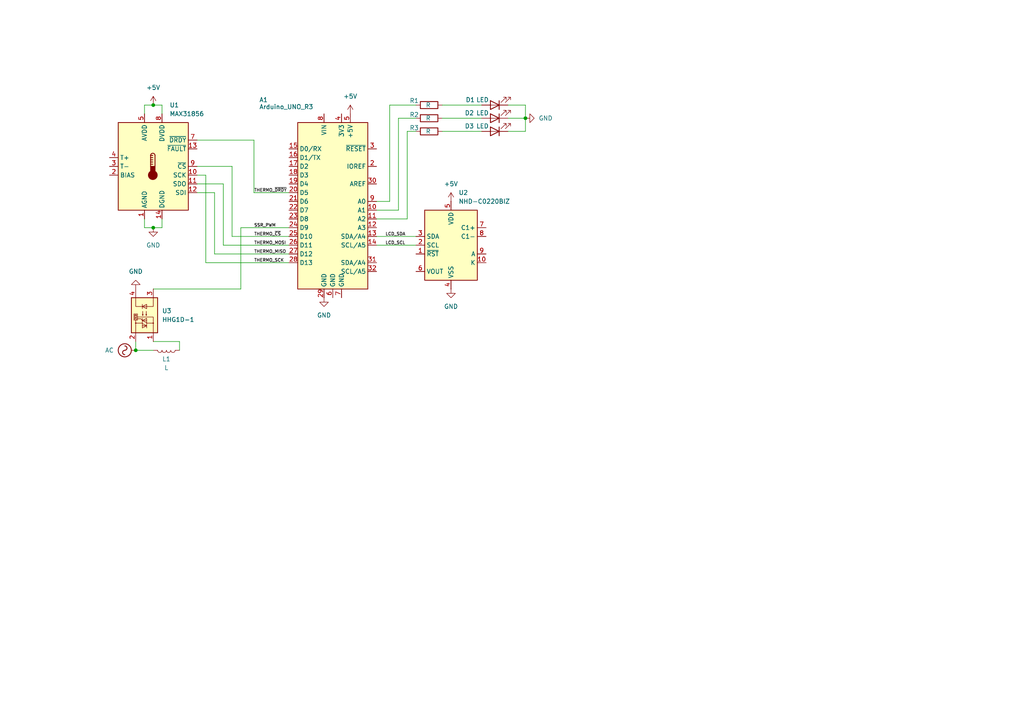
<source format=kicad_sch>
(kicad_sch (version 20231120) (generator "eeschema") (generator_version "8.0")
  (paper "A4")
  (lib_symbols
    (symbol "Device:L" (pin_numbers hide) (pin_names (offset 1.016) hide)
      (property "Reference" "L" (at -1.27 0 90))
      (property "Value" "L" (at 1.905 0 90))
      (symbol "L_0_1"
        (arc (start 0 -2.54) (mid 0.6323 -1.905) (end 0 -1.27))
        (arc (start 0 -1.27) (mid 0.6323 -0.635) (end 0 0))
        (arc (start 0 0) (mid 0.6323 0.635) (end 0 1.27))
        (arc (start 0 1.27) (mid 0.6323 1.905) (end 0 2.54))
      )
      (symbol "L_1_1"
        (pin passive line (at 0 3.81 270) (length 1.27) (name "1") (number "1"))
        (pin passive line (at 0 -3.81 90) (length 1.27) (name "2") (number "2"))
      )
    )
    (symbol "Device:LED" (pin_numbers hide) (pin_names (offset 1.016) hide)
      (property "Reference" "D" (at 0 2.54 0))
      (property "Value" "LED" (at 0 -2.54 0))
      (symbol "LED_0_1"
        (polyline (pts (xy -1.27 -1.27) (xy -1.27 1.27)) (stroke (width 0.254)))
        (polyline (pts (xy -1.27 0) (xy 1.27 0)))
        (polyline (pts (xy 1.27 -1.27) (xy 1.27 1.27) (xy -1.27 0) (xy 1.27 -1.27)) (stroke (width 0.254)))
        (polyline (pts (xy -3.048 -0.762) (xy -4.572 -2.286) (xy -3.81 -2.286) (xy -4.572 -2.286) (xy -4.572 -1.524)))
        (polyline (pts (xy -1.778 -0.762) (xy -3.302 -2.286) (xy -2.54 -2.286) (xy -3.302 -2.286) (xy -3.302 -1.524)))
      )
      (symbol "LED_1_1"
        (pin passive line (at -3.81 0 0) (length 2.54) (name "K") (number "1"))
        (pin passive line (at 3.81 0 180) (length 2.54) (name "A") (number "2"))
      )
    )
    (symbol "Device:R" (pin_numbers hide) (pin_names (offset 0))
      (property "Reference" "R" (at 2.032 0 90))
      (property "Value" "R" (at 0 0 90))
      (symbol "R_0_1"
        (rectangle (start -1.016 -2.54) (end 1.016 2.54) (stroke (width 0.254)))
      )
      (symbol "R_1_1"
        (pin passive line (at 0 3.81 270) (length 1.27) (name "~") (number "1"))
        (pin passive line (at 0 -3.81 90) (length 1.27) (name "~") (number "2"))
      )
    )
    (symbol "Display_Character:NHD-C0220BIZ"
      (property "Reference" "U" (at -6.35 11.43 0))
      (property "Value" "NHD-C0220BIZ" (at 8.89 11.43 0))
      (symbol "NHD-C0220BIZ_0_1"
        (rectangle (start -7.62 10.16) (end 7.62 -10.16) (stroke (width 0.254)) (fill (type background)))
      )
      (symbol "NHD-C0220BIZ_1_1"
        (pin input line (at -10.16 -2.54 0) (length 2.54) (name "~{RST}") (number "1"))
        (pin passive line (at 10.16 -5.08 180) (length 2.54) (name "K") (number "10"))
        (pin input line (at -10.16 0 0) (length 2.54) (name "SCL") (number "2"))
        (pin bidirectional line (at -10.16 2.54 0) (length 2.54) (name "SDA") (number "3"))
        (pin power_in line (at 0 -12.7 90) (length 2.54) (name "VSS") (number "4"))
        (pin power_in line (at 0 12.7 270) (length 2.54) (name "VDD") (number "5"))
        (pin passive line (at -10.16 -7.62 0) (length 2.54) (name "VOUT") (number "6"))
        (pin passive line (at 10.16 5.08 180) (length 2.54) (name "C1+") (number "7"))
        (pin passive line (at 10.16 2.54 180) (length 2.54) (name "C1-") (number "8"))
        (pin passive line (at 10.16 -2.54 180) (length 2.54) (name "A") (number "9"))
      )
    )
    (symbol "MCU_Module:Arduino_UNO_R3"
      (property "Reference" "A" (at -10.16 23.495 0))
      (property "Value" "Arduino_UNO_R3" (at 5.08 -26.67 0))
      (symbol "Arduino_UNO_R3_0_1"
        (rectangle (start -10.16 22.86) (end 10.16 -25.4) (stroke (width 0.254)) (fill (type background)))
      )
      (symbol "Arduino_UNO_R3_1_1"
        (pin no_connect line (at -10.16 -20.32 0) (length 2.54) hide (name "NC") (number "1"))
        (pin bidirectional line (at 12.7 -2.54 180) (length 2.54) (name "A1") (number "10"))
        (pin bidirectional line (at 12.7 -5.08 180) (length 2.54) (name "A2") (number "11"))
        (pin bidirectional line (at 12.7 -7.62 180) (length 2.54) (name "A3") (number "12"))
        (pin bidirectional line (at 12.7 -10.16 180) (length 2.54) (name "SDA/A4") (number "13"))
        (pin bidirectional line (at 12.7 -12.7 180) (length 2.54) (name "SCL/A5") (number "14"))
        (pin bidirectional line (at -12.7 15.24 0) (length 2.54) (name "D0/RX") (number "15"))
        (pin bidirectional line (at -12.7 12.7 0) (length 2.54) (name "D1/TX") (number "16"))
        (pin bidirectional line (at -12.7 10.16 0) (length 2.54) (name "D2") (number "17"))
        (pin bidirectional line (at -12.7 7.62 0) (length 2.54) (name "D3") (number "18"))
        (pin bidirectional line (at -12.7 5.08 0) (length 2.54) (name "D4") (number "19"))
        (pin output line (at 12.7 10.16 180) (length 2.54) (name "IOREF") (number "2"))
        (pin bidirectional line (at -12.7 2.54 0) (length 2.54) (name "D5") (number "20"))
        (pin bidirectional line (at -12.7 0 0) (length 2.54) (name "D6") (number "21"))
        (pin bidirectional line (at -12.7 -2.54 0) (length 2.54) (name "D7") (number "22"))
        (pin bidirectional line (at -12.7 -5.08 0) (length 2.54) (name "D8") (number "23"))
        (pin bidirectional line (at -12.7 -7.62 0) (length 2.54) (name "D9") (number "24"))
        (pin bidirectional line (at -12.7 -10.16 0) (length 2.54) (name "D10") (number "25"))
        (pin bidirectional line (at -12.7 -12.7 0) (length 2.54) (name "D11") (number "26"))
        (pin bidirectional line (at -12.7 -15.24 0) (length 2.54) (name "D12") (number "27"))
        (pin bidirectional line (at -12.7 -17.78 0) (length 2.54) (name "D13") (number "28"))
        (pin power_in line (at -2.54 -27.94 90) (length 2.54) (name "GND") (number "29"))
        (pin input line (at 12.7 15.24 180) (length 2.54) (name "~{RESET}") (number "3"))
        (pin input line (at 12.7 5.08 180) (length 2.54) (name "AREF") (number "30"))
        (pin bidirectional line (at 12.7 -17.78 180) (length 2.54) (name "SDA/A4") (number "31"))
        (pin bidirectional line (at 12.7 -20.32 180) (length 2.54) (name "SCL/A5") (number "32"))
        (pin power_out line (at 2.54 25.4 270) (length 2.54) (name "3V3") (number "4"))
        (pin power_out line (at 5.08 25.4 270) (length 2.54) (name "+5V") (number "5"))
        (pin power_in line (at 0 -27.94 90) (length 2.54) (name "GND") (number "6"))
        (pin power_in line (at 2.54 -27.94 90) (length 2.54) (name "GND") (number "7"))
        (pin power_in line (at -2.54 25.4 270) (length 2.54) (name "VIN") (number "8"))
        (pin bidirectional line (at 12.7 0 180) (length 2.54) (name "A0") (number "9"))
      )
    )
    (symbol "Relay_SolidState:HHG1D-1"
      (property "Reference" "U" (at -5.08 5.08 0))
      (property "Value" "HHG1D-1" (at 0 5.08 0))
      (symbol "HHG1D-1_0_0"
        (rectangle (start -0.381 -2.032) (end 1.397 -3.048))
        (polyline (pts (xy 2.286 -2.54) (xy 1.397 -2.54)))
        (polyline (pts (xy 1.524 -0.635) (xy 1.016 -1.016) (xy 1.016 -2.032)))
        (text "ZCD" (at 0.508 -2.54 0) (effects (font (size 0.508 0.508))))
      )
      (symbol "HHG1D-1_0_1"
        (rectangle (start -5.08 3.81) (end 5.08 -3.81) (stroke (width 0.254)) (fill (type background)))
        (polyline (pts (xy -3.175 -0.635) (xy -1.905 -0.635)))
        (polyline (pts (xy 1.524 -0.635) (xy 1.524 0.635)))
        (polyline (pts (xy 3.048 0.635) (xy 3.048 -0.635)))
        (polyline (pts (xy 2.286 -0.635) (xy 2.286 -2.54) (xy 5.08 -2.54)))
        (polyline (pts (xy 2.286 0.635) (xy 2.286 2.54) (xy 5.08 2.54)))
        (polyline (pts (xy 2.286 2.54) (xy 0.508 2.54) (xy 0.508 -2.032)))
        (polyline (pts (xy -5.08 2.54) (xy -2.54 2.54) (xy -2.54 -2.54) (xy -5.08 -2.54)))
        (polyline (pts (xy -2.54 -0.635) (xy -3.175 0.635) (xy -1.905 0.635) (xy -2.54 -0.635)))
        (polyline (pts (xy 0.889 -0.635) (xy 3.683 -0.635) (xy 3.048 0.635) (xy 2.413 -0.635)))
        (polyline (pts (xy 3.683 0.635) (xy 0.889 0.635) (xy 1.524 -0.635) (xy 2.159 0.635)))
        (polyline (pts (xy -1.143 -0.508) (xy 0.127 -0.508) (xy -0.254 -0.635) (xy -0.254 -0.381) (xy 0.127 -0.508)))
        (polyline (pts (xy -1.143 0.508) (xy 0.127 0.508) (xy -0.254 0.381) (xy -0.254 0.635) (xy 0.127 0.508)))
        (circle (center 2.286 -2.54) (radius 0.127))
        (circle (center 2.286 2.54) (radius 0.127))
      )
      (symbol "HHG1D-1_1_1"
        (pin passive line (at 7.62 2.54 180) (length 2.54) (name "~") (number "1"))
        (pin passive line (at 7.62 -2.54 180) (length 2.54) (name "~") (number "2"))
        (pin passive line (at -7.62 2.54 0) (length 2.54) (name "~") (number "3"))
        (pin passive line (at -7.62 -2.54 0) (length 2.54) (name "~") (number "4"))
      )
    )
    (symbol "Sensor_Temperature:MAX31856"
      (property "Reference" "U" (at -7.62 13.97 0))
      (property "Value" "MAX31856" (at 13.97 13.97 0))
      (symbol "MAX31856_0_1"
        (rectangle (start -10.16 12.7) (end 10.16 -12.7) (stroke (width 0.254)) (fill (type background)))
        (circle (center -0.127 -2.54) (radius 1.27) (stroke (width 0.254)) (fill (type outline)))
        (polyline (pts (xy -0.762 0.635) (xy -0.127 0.635)) (stroke (width 0.254)))
        (polyline (pts (xy -0.762 1.27) (xy -0.127 1.27)) (stroke (width 0.254)))
        (polyline (pts (xy -0.762 1.905) (xy -0.127 1.905)) (stroke (width 0.254)))
        (polyline (pts (xy -0.762 2.54) (xy -0.127 2.54)) (stroke (width 0.254)))
        (polyline (pts (xy -0.762 3.175) (xy -0.762 0)) (stroke (width 0.254)))
        (polyline (pts (xy -0.762 3.175) (xy -0.127 3.175)) (stroke (width 0.254)))
        (polyline (pts (xy 0.508 3.175) (xy 0.508 0)) (stroke (width 0.254)))
        (rectangle (start 0.508 -1.905) (end -0.762 0) (stroke (width 0.254)) (fill (type outline)))
        (arc (start 0.508 3.175) (mid -0.127 3.8073) (end -0.762 3.175) (stroke (width 0.254)))
      )
      (symbol "MAX31856_1_1"
        (pin power_in line (at -2.54 -15.24 90) (length 2.54) (name "AGND") (number "1"))
        (pin input line (at 12.7 -2.54 180) (length 2.54) (name "SCK") (number "10"))
        (pin output line (at 12.7 -5.08 180) (length 2.54) (name "SDO") (number "11"))
        (pin input line (at 12.7 -7.62 180) (length 2.54) (name "SDI") (number "12"))
        (pin output line (at 12.7 5.08 180) (length 2.54) (name "~{FAULT}") (number "13"))
        (pin power_in line (at 2.54 -15.24 90) (length 2.54) (name "DGND") (number "14"))
        (pin input line (at -12.7 -2.54 0) (length 2.54) (name "BIAS") (number "2"))
        (pin input line (at -12.7 0 0) (length 2.54) (name "T-") (number "3"))
        (pin input line (at -12.7 2.54 0) (length 2.54) (name "T+") (number "4"))
        (pin power_in line (at -2.54 15.24 270) (length 2.54) (name "AVDD") (number "5"))
        (pin no_connect line (at -10.16 -7.62 0) (length 2.54) hide (name "DNC") (number "6"))
        (pin output line (at 12.7 7.62 180) (length 2.54) (name "~{DRDY}") (number "7"))
        (pin power_in line (at 2.54 15.24 270) (length 2.54) (name "DVDD") (number "8"))
        (pin input line (at 12.7 0 180) (length 2.54) (name "~{CS}") (number "9"))
      )
    )
    (symbol "power:+5V" (power) (pin_numbers hide) (pin_names (offset 0) hide)
      (property "Value" "+5V" (at 0 3.556 0))
      (symbol "+5V_0_1"
        (polyline (pts (xy -0.762 1.27) (xy 0 2.54)))
        (polyline (pts (xy 0 0) (xy 0 2.54)))
        (polyline (pts (xy 0 2.54) (xy 0.762 1.27)))
      )
      (symbol "+5V_1_1"
        (pin power_in line (at 0 0 90) (length 0) (name "~") (number "1"))
      )
    )
    (symbol "power:AC" (power) (pin_numbers hide) (pin_names (offset 0) hide)
      (property "Value" "AC" (at 0 6.35 0))
      (symbol "AC_0_1"
        (polyline (pts (xy 0 0) (xy 0 1.27)))
        (arc (start 0 3.175) (mid -0.635 3.8073) (end -1.27 3.175) (stroke (width 0.254)))
        (arc (start 0 3.175) (mid 0.635 2.5427) (end 1.27 3.175) (stroke (width 0.254)))
        (circle (center 0 3.175) (radius 1.905) (stroke (width 0.254)))
      )
      (symbol "AC_1_1"
        (pin power_in line (at 0 0 90) (length 0) (name "~") (number "1"))
      )
    )
    (symbol "power:GND" (power) (pin_numbers hide) (pin_names (offset 0) hide)
      (property "Value" "GND" (at 0 -3.81 0))
      (symbol "GND_0_1"
        (polyline (pts (xy 0 0) (xy 0 -1.27) (xy 1.27 -1.27) (xy 0 -2.54) (xy -1.27 -1.27) (xy 0 -1.27)))
      )
      (symbol "GND_1_1"
        (pin power_in line (at 0 0 270) (length 0) (name "~") (number "1"))
      )
    )
  )
  (junction (at 152.4 34.29))
  (junction (at 39.37 101.6))
  (junction (at 44.45 30.48))
  (junction (at 44.45 66.04))
  (wire (pts (xy 62.23 55.88) (xy 62.23 73.66)))
  (wire (pts (xy 62.23 73.66) (xy 83.82 73.66)))
  (wire (pts (xy 118.11 38.1) (xy 118.11 63.5)))
  (wire (pts (xy 44.45 99.06) (xy 52.07 99.06)))
  (wire (pts (xy 118.11 38.1) (xy 120.65 38.1)))
  (wire (pts (xy 57.15 48.26) (xy 67.31 48.26)))
  (wire (pts (xy 59.69 76.2) (xy 83.82 76.2)))
  (wire (pts (xy 46.99 30.48) (xy 44.45 30.48)))
  (wire (pts (xy 46.99 63.5) (xy 46.99 66.04)))
  (wire (pts (xy 73.66 55.88) (xy 83.82 55.88)))
  (wire (pts (xy 69.85 66.04) (xy 83.82 66.04)))
  (wire (pts (xy 109.22 71.12) (xy 120.65 71.12)))
  (wire (pts (xy 41.91 30.48) (xy 44.45 30.48)))
  (wire (pts (xy 147.32 34.29) (xy 152.4 34.29)))
  (wire (pts (xy 67.31 68.58) (xy 83.82 68.58)))
  (wire (pts (xy 64.77 53.34) (xy 64.77 71.12)))
  (wire (pts (xy 46.99 33.02) (xy 46.99 30.48)))
  (wire (pts (xy 109.22 60.96) (xy 115.57 60.96)))
  (wire (pts (xy 39.37 99.06) (xy 39.37 101.6)))
  (wire (pts (xy 128.27 30.48) (xy 139.7 30.48)))
  (wire (pts (xy 113.03 58.42) (xy 113.03 30.48)))
  (wire (pts (xy 44.45 83.82) (xy 69.85 83.82)))
  (wire (pts (xy 57.15 55.88) (xy 62.23 55.88)))
  (wire (pts (xy 67.31 48.26) (xy 67.31 68.58)))
  (wire (pts (xy 115.57 34.29) (xy 115.57 60.96)))
  (wire (pts (xy 57.15 40.64) (xy 73.66 40.64)))
  (wire (pts (xy 41.91 63.5) (xy 41.91 66.04)))
  (wire (pts (xy 46.99 66.04) (xy 44.45 66.04)))
  (wire (pts (xy 109.22 58.42) (xy 113.03 58.42)))
  (wire (pts (xy 109.22 63.5) (xy 118.11 63.5)))
  (wire (pts (xy 57.15 50.8) (xy 59.69 50.8)))
  (wire (pts (xy 152.4 38.1) (xy 152.4 34.29)))
  (wire (pts (xy 128.27 38.1) (xy 139.7 38.1)))
  (wire (pts (xy 57.15 53.34) (xy 64.77 53.34)))
  (wire (pts (xy 59.69 50.8) (xy 59.69 76.2)))
  (wire (pts (xy 115.57 34.29) (xy 120.65 34.29)))
  (wire (pts (xy 41.91 66.04) (xy 44.45 66.04)))
  (wire (pts (xy 39.37 101.6) (xy 44.45 101.6)))
  (wire (pts (xy 41.91 33.02) (xy 41.91 30.48)))
  (wire (pts (xy 64.77 71.12) (xy 83.82 71.12)))
  (wire (pts (xy 109.22 68.58) (xy 120.65 68.58)))
  (wire (pts (xy 52.07 99.06) (xy 52.07 101.6)))
  (wire (pts (xy 73.66 40.64) (xy 73.66 55.88)))
  (wire (pts (xy 69.85 83.82) (xy 69.85 66.04)))
  (wire (pts (xy 152.4 30.48) (xy 152.4 34.29)))
  (wire (pts (xy 128.27 34.29) (xy 139.7 34.29)))
  (wire (pts (xy 147.32 30.48) (xy 152.4 30.48)))
  (wire (pts (xy 113.03 30.48) (xy 120.65 30.48)))
  (wire (pts (xy 147.32 38.1) (xy 152.4 38.1)))
  (label "LCD_SDA" (at 111.76 68.58 0) (effects (font (size 0.889 0.889))))
  (label "LCD_SCL" (at 111.76 71.12 0) (effects (font (size 0.889 0.889))))
  (label "THERMO_~{DRDY}" (at 73.66 55.88 0) (effects (font (size 0.889 0.889))))
  (label "SSR_PWM" (at 73.66 66.04 0) (effects (font (size 0.889 0.889))))
  (label "THERMO_MISO" (at 73.66 73.66 0) (effects (font (size 0.889 0.889))))
  (label "THERMO_MOSI" (at 73.66 71.12 0) (effects (font (size 0.889 0.889))))
  (label "THERMO_SCK" (at 73.66 76.2 0) (effects (font (size 0.889 0.889))))
  (label "THERMO_~{CS}" (at 73.66 68.58 0) (effects (font (size 0.889 0.889))))
  (symbol (lib_id "Sensor_Temperature:MAX31856") (at 44.45 48.26 0) (unit 1)
    (property "Reference" "U1" (at 49.1841 30.48 0) (effects (justify left)))
    (property "Value" "MAX31856" (at 49.1841 33.02 0) (effects (justify left)))
    (property "Footprint" "Package_SO:TSSOP-14_4.4x5mm_P0.65mm" (effects (hide yes)))
    (property "Datasheet" "https://datasheets.maximintegrated.com/en/ds/MAX31856.pdf" (effects (hide yes)))
    (property "Description" "Precision Thermocouple to Digital Converter with Linearization, TSSOP-14" (effects (hide yes)))
  )
  (symbol (lib_id "Display_Character:NHD-C0220BIZ") (at 130.81 71.12 0) (unit 1)
    (property "Reference" "U2" (at 133.0041 55.88 0) (effects (justify left)))
    (property "Value" "NHD-C0220BIZ" (at 133.0041 58.42 0) (effects (justify left)))
    (property "Footprint" "Package_DIP:DIP-20_W7.62mm_Socket" (effects (hide yes)))
    (property "Datasheet" "http://www.newhavendisplay.com/specs/NHD-C0220BiZ-FSW-FBW-3V3M.pdf" (effects (hide yes)))
    (property "Description" "LCD 20x2 Alphanumeric 10pin Blue/White/Green Backlight, i2c, 3.3V VDD" (effects (hide yes)))
  )
  (symbol (lib_id "Device:R") (at 124.46 30.48 90) (unit 1)
    (property "Reference" "R1" (at 120.142 29.21 90))
    (property "Value" "R" (at 124.206 30.48 90))
    (property "Description" "Resistor" (effects (hide yes)))
  )
  (symbol (lib_id "power:+5V") (at 44.45 30.48 0) (unit 1)
    (property "Reference" "#PWR05" (effects (hide yes)))
    (property "Value" "+5V" (at 44.45 25.4 0))
    (property "Description" "Power symbol creates a global label with name \"+5V\"" (effects (hide yes)))
  )
  (symbol (lib_id "power:GND") (at 39.37 83.82 180) (unit 1)
    (property "Reference" "#PWR07" (effects (hide yes)))
    (property "Value" "GND" (at 39.37 78.74 0))
    (property "Description" "Power symbol creates a global label with name \"GND\" , ground" (effects (hide yes)))
  )
  (symbol (lib_id "power:GND") (at 44.45 66.04 0) (unit 1)
    (property "Reference" "#PWR02" (effects (hide yes)))
    (property "Value" "GND" (at 44.45 71.12 0))
    (property "Description" "Power symbol creates a global label with name \"GND\" , ground" (effects (hide yes)))
  )
  (symbol (lib_id "power:GND") (at 93.98 86.36 0) (unit 1)
    (property "Reference" "#PWR01" (effects (hide yes)))
    (property "Value" "GND" (at 93.98 91.44 0))
    (property "Description" "Power symbol creates a global label with name \"GND\" , ground" (effects (hide yes)))
  )
  (symbol (lib_id "Device:LED") (at 143.51 38.1 180) (unit 1)
    (property "Reference" "D3" (at 136.144 36.576 0))
    (property "Value" "LED" (at 139.954 36.576 0))
    (property "Description" "Light emitting diode" (effects (hide yes)))
  )
  (symbol (lib_id "Device:LED") (at 143.51 34.29 180) (unit 1)
    (property "Reference" "D2" (at 136.144 32.766 0))
    (property "Value" "LED" (at 139.954 32.766 0))
    (property "Description" "Light emitting diode" (effects (hide yes)))
  )
  (symbol (lib_id "power:+5V") (at 130.81 58.42 0) (unit 1)
    (property "Reference" "#PWR06" (effects (hide yes)))
    (property "Value" "+5V" (at 130.81 53.34 0))
    (property "Description" "Power symbol creates a global label with name \"+5V\"" (effects (hide yes)))
  )
  (symbol (lib_id "power:+5V") (at 101.6 33.02 0) (unit 1)
    (property "Reference" "#PWR04" (effects (hide yes)))
    (property "Value" "+5V" (at 101.6 27.94 0))
    (property "Description" "Power symbol creates a global label with name \"+5V\"" (effects (hide yes)))
  )
  (symbol (lib_id "MCU_Module:Arduino_UNO_R3") (at 96.52 58.42 0) (unit 1)
    (property "Reference" "A1" (at 75.184 28.956 0) (effects (justify left)))
    (property "Value" "Arduino_UNO_R3" (at 75.184 30.988 0) (effects (justify left)))
    (property "Footprint" "Module:Arduino_UNO_R3" (effects (hide yes)))
    (property "Datasheet" "https://www.arduino.cc/en/Main/arduinoBoardUno" (effects (hide yes)))
    (property "Description" "Arduino UNO Microcontroller Module, release 3" (effects (hide yes)))
  )
  (symbol (lib_id "Device:R") (at 124.46 38.1 90) (unit 1)
    (property "Reference" "R3" (at 120.142 37.084 90))
    (property "Value" "R" (at 124.206 38.1 90))
    (property "Description" "Resistor" (effects (hide yes)))
  )
  (symbol (lib_id "Relay_SolidState:HHG1D-1") (at 41.91 91.44 270) (unit 1)
    (property "Reference" "U3" (at 46.99 90.1699 90) (effects (justify left)))
    (property "Value" "HHG1D-1" (at 46.99 92.7099 90) (effects (justify left)))
    (property "Footprint" "Relay_THT:Relay_NCR_HHG1D-1" (effects (hide yes)))
    (property "Datasheet" "https://ncr.hk/uploads/Relays/Solid_State_Relays/HHG1D-1.pdf" (effects (hide yes)))
    (property "Description" "NCR zero cross solid state relay 1A, 2A, 3A, 4A" (effects (hide yes)))
  )
  (symbol (lib_id "Device:L") (at 48.26 101.6 270) (unit 1)
    (property "Reference" "L1" (at 48.26 104.14 90))
    (property "Value" "L" (at 48.26 106.68 90))
    (property "Description" "Inductor" (effects (hide yes)))
  )
  (symbol (lib_id "power:GND") (at 152.4 34.29 90) (unit 1)
    (property "Reference" "#PWR09" (effects (hide yes)))
    (property "Value" "GND" (at 156.21 34.2899 90) (effects (justify right)))
    (property "Description" "Power symbol creates a global label with name \"GND\" , ground" (effects (hide yes)))
  )
  (symbol (lib_id "power:AC") (at 39.37 101.6 90) (unit 1)
    (property "Reference" "#PWR08" (effects (hide yes)))
    (property "Value" "AC" (at 33.02 101.5999 90) (effects (justify left)))
    (property "Description" "Power symbol creates a global label with name \"AC\"" (effects (hide yes)))
  )
  (symbol (lib_id "power:GND") (at 130.81 83.82 0) (unit 1)
    (property "Reference" "#PWR03" (effects (hide yes)))
    (property "Value" "GND" (at 130.81 88.9 0))
    (property "Description" "Power symbol creates a global label with name \"GND\" , ground" (effects (hide yes)))
  )
  (symbol (lib_id "Device:R") (at 124.46 34.29 90) (unit 1)
    (property "Reference" "R2" (at 120.142 33.274 90))
    (property "Value" "R" (at 124.206 34.29 90))
    (property "Description" "Resistor" (effects (hide yes)))
  )
  (symbol (lib_id "Device:LED") (at 143.51 30.48 180) (unit 1)
    (property "Reference" "D1" (at 136.398 28.956 0))
    (property "Value" "LED" (at 139.954 28.956 0))
    (property "Description" "Light emitting diode" (effects (hide yes)))
  )
)
</source>
